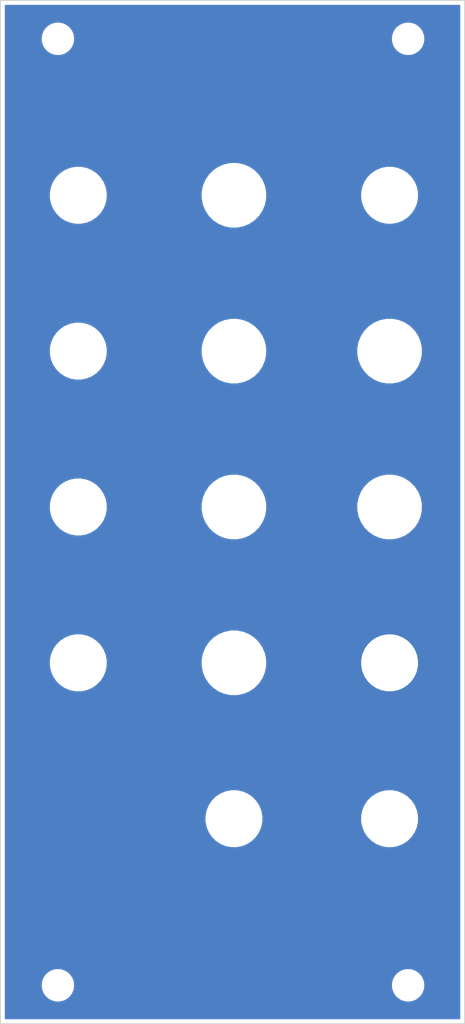
<source format=kicad_pcb>
(kicad_pcb (version 20171130) (host pcbnew 5.1.9)

  (general
    (thickness 1.6)
    (drawings 18)
    (tracks 0)
    (zones 0)
    (modules 16)
    (nets 1)
  )

  (page A4)
  (title_block
    (title mutant)
    (date 2020-10-25)
    (rev 01)
    (comment 1 "pcb for panel")
    (comment 2 "low pass filter")
    (comment 4 "License CC BY 4.0 - Attribution 4.0 International")
  )

  (layers
    (0 F.Cu signal)
    (31 B.Cu signal)
    (32 B.Adhes user)
    (33 F.Adhes user)
    (34 B.Paste user)
    (35 F.Paste user)
    (36 B.SilkS user)
    (37 F.SilkS user)
    (38 B.Mask user)
    (39 F.Mask user)
    (40 Dwgs.User user)
    (41 Cmts.User user)
    (42 Eco1.User user)
    (43 Eco2.User user)
    (44 Edge.Cuts user)
    (45 Margin user)
    (46 B.CrtYd user)
    (47 F.CrtYd user)
    (48 B.Fab user)
    (49 F.Fab user)
  )

  (setup
    (last_trace_width 0.25)
    (trace_clearance 0.2)
    (zone_clearance 0.508)
    (zone_45_only no)
    (trace_min 0.2)
    (via_size 0.8)
    (via_drill 0.4)
    (via_min_size 0.4)
    (via_min_drill 0.3)
    (uvia_size 0.3)
    (uvia_drill 0.1)
    (uvias_allowed no)
    (uvia_min_size 0.2)
    (uvia_min_drill 0.1)
    (edge_width 0.05)
    (segment_width 0.2)
    (pcb_text_width 0.3)
    (pcb_text_size 1.5 1.5)
    (mod_edge_width 0.12)
    (mod_text_size 1 1)
    (mod_text_width 0.15)
    (pad_size 3.2 3.2)
    (pad_drill 3.2)
    (pad_to_mask_clearance 0.051)
    (solder_mask_min_width 0.25)
    (aux_axis_origin 0 0)
    (visible_elements FFFFFF7F)
    (pcbplotparams
      (layerselection 0x010fc_ffffffff)
      (usegerberextensions false)
      (usegerberattributes false)
      (usegerberadvancedattributes false)
      (creategerberjobfile false)
      (excludeedgelayer true)
      (linewidth 0.100000)
      (plotframeref false)
      (viasonmask false)
      (mode 1)
      (useauxorigin false)
      (hpglpennumber 1)
      (hpglpenspeed 20)
      (hpglpendiameter 15.000000)
      (psnegative false)
      (psa4output false)
      (plotreference true)
      (plotvalue true)
      (plotinvisibletext false)
      (padsonsilk false)
      (subtractmaskfromsilk false)
      (outputformat 1)
      (mirror false)
      (drillshape 0)
      (scaleselection 1)
      (outputdirectory "gerbers"))
  )

  (net 0 "")

  (net_class Default "This is the default net class."
    (clearance 0.2)
    (trace_width 0.25)
    (via_dia 0.8)
    (via_drill 0.4)
    (uvia_dia 0.3)
    (uvia_drill 0.1)
  )

  (module elektrophon:panel_jack (layer F.Cu) (tedit 5DA46DDA) (tstamp 5F95755E)
    (at 76.2 132.08)
    (descr "Mounting Hole 8.4mm, no annular, M8")
    (tags "mounting hole 8.4mm no annular m8")
    (path /5F9577F6)
    (attr virtual)
    (fp_text reference H2 (at 0 -9.4) (layer F.SilkS) hide
      (effects (font (size 1 1) (thickness 0.15)))
    )
    (fp_text value OUT1 (at 0 9.144) (layer F.Mask) hide
      (effects (font (size 2 1.4) (thickness 0.25)))
    )
    (fp_circle (center 0 0) (end 4.2 0) (layer F.CrtYd) (width 0.05))
    (fp_circle (center 0 0) (end 4 0) (layer Cmts.User) (width 0.15))
    (fp_text user %R (at 0.3 0) (layer F.Fab)
      (effects (font (size 1 1) (thickness 0.15)))
    )
    (pad "" np_thru_hole circle (at 0 0) (size 6.4 6.4) (drill 6.4) (layers *.Cu *.Mask))
    (model "${KIPRJMOD}/../../../lib/kicad/models/PJ301M-12 Thonkiconn v0.2.stp"
      (offset (xyz 0 0.8 -10.5))
      (scale (xyz 1 1 1))
      (rotate (xyz 0 0 0))
    )
  )

  (module elektrophon:panel_potentiometer (layer F.Cu) (tedit 5EE650CE) (tstamp 5F7437E9)
    (at 55.88 50.8)
    (descr "Mounting Hole 8.4mm, no annular, M8")
    (tags "mounting hole 8.4mm no annular m8")
    (path /5F74A692)
    (attr virtual)
    (fp_text reference H12 (at 0 -9.4) (layer F.SilkS) hide
      (effects (font (size 1 1) (thickness 0.15)))
    )
    (fp_text value in_atten_1 (at 0 9.144) (layer F.Mask) hide
      (effects (font (size 2 1.4) (thickness 0.25)))
    )
    (fp_circle (center 0 0) (end 6.35 0) (layer Cmts.User) (width 0.15))
    (fp_circle (center 0 0) (end 6.6 0) (layer F.CrtYd) (width 0.05))
    (fp_text user %R (at 0.3 0) (layer F.Fab)
      (effects (font (size 1 1) (thickness 0.15)))
    )
    (pad "" np_thru_hole circle (at 0 0) (size 7.4 7.4) (drill 7.4) (layers *.Cu *.Mask))
    (model ${KIPRJMOD}/../../../lib/kicad/models/ALPHA-RD901F-40.step
      (offset (xyz 0 0.5 -12))
      (scale (xyz 1 1 1))
      (rotate (xyz 0 0 0))
    )
  )

  (module elektrophon:panel_potentiometer (layer F.Cu) (tedit 5EE650CE) (tstamp 5F7437E1)
    (at 76.2 111.76)
    (descr "Mounting Hole 8.4mm, no annular, M8")
    (tags "mounting hole 8.4mm no annular m8")
    (path /5F747B53)
    (attr virtual)
    (fp_text reference H11 (at 0 -9.4) (layer F.SilkS) hide
      (effects (font (size 1 1) (thickness 0.15)))
    )
    (fp_text value res (at 0 9.144) (layer F.Mask) hide
      (effects (font (size 2 1.4) (thickness 0.25)))
    )
    (fp_circle (center 0 0) (end 6.35 0) (layer Cmts.User) (width 0.15))
    (fp_circle (center 0 0) (end 6.6 0) (layer F.CrtYd) (width 0.05))
    (fp_text user %R (at 0.3 0) (layer F.Fab)
      (effects (font (size 1 1) (thickness 0.15)))
    )
    (pad "" np_thru_hole circle (at 0 0) (size 7.4 7.4) (drill 7.4) (layers *.Cu *.Mask))
    (model ${KIPRJMOD}/../../../lib/kicad/models/ALPHA-RD901F-40.step
      (offset (xyz 0 0.5 -12))
      (scale (xyz 1 1 1))
      (rotate (xyz 0 0 0))
    )
  )

  (module elektrophon:panel_potentiometer (layer F.Cu) (tedit 5EE650CE) (tstamp 5F7437D9)
    (at 76.2 91.44)
    (descr "Mounting Hole 8.4mm, no annular, M8")
    (tags "mounting hole 8.4mm no annular m8")
    (path /5F747A03)
    (attr virtual)
    (fp_text reference H10 (at 0 -9.4) (layer F.SilkS) hide
      (effects (font (size 1 1) (thickness 0.15)))
    )
    (fp_text value freq (at 0 9.144) (layer F.Mask) hide
      (effects (font (size 2 1.4) (thickness 0.25)))
    )
    (fp_circle (center 0 0) (end 6.35 0) (layer Cmts.User) (width 0.15))
    (fp_circle (center 0 0) (end 6.6 0) (layer F.CrtYd) (width 0.05))
    (fp_text user %R (at 0.3 0) (layer F.Fab)
      (effects (font (size 1 1) (thickness 0.15)))
    )
    (pad "" np_thru_hole circle (at 0 0) (size 7.4 7.4) (drill 7.4) (layers *.Cu *.Mask))
    (model ${KIPRJMOD}/../../../lib/kicad/models/ALPHA-RD901F-40.step
      (offset (xyz 0 0.5 -12))
      (scale (xyz 1 1 1))
      (rotate (xyz 0 0 0))
    )
  )

  (module elektrophon:panel_jack (layer F.Cu) (tedit 5DA46DDA) (tstamp 5F7437BB)
    (at 35.56 71.12)
    (descr "Mounting Hole 8.4mm, no annular, M8")
    (tags "mounting hole 8.4mm no annular m8")
    (path /5F74CFD1)
    (attr virtual)
    (fp_text reference H6 (at 0 -9.4) (layer F.SilkS) hide
      (effects (font (size 1 1) (thickness 0.15)))
    )
    (fp_text value IN_2 (at 0 9.144) (layer F.Mask) hide
      (effects (font (size 2 1.4) (thickness 0.25)))
    )
    (fp_circle (center 0 0) (end 4 0) (layer Cmts.User) (width 0.15))
    (fp_circle (center 0 0) (end 4.2 0) (layer F.CrtYd) (width 0.05))
    (fp_text user %R (at 0.3 0) (layer F.Fab)
      (effects (font (size 1 1) (thickness 0.15)))
    )
    (pad "" np_thru_hole circle (at 0 0) (size 6.4 6.4) (drill 6.4) (layers *.Cu *.Mask))
    (model "${KIPRJMOD}/../../../lib/kicad/models/PJ301M-12 Thonkiconn v0.2.stp"
      (offset (xyz 0 0.8 -10.5))
      (scale (xyz 1 1 1))
      (rotate (xyz 0 0 0))
    )
  )

  (module elektrophon:panel_potentiometer (layer F.Cu) (tedit 5EE650CE) (tstamp 5D74AE55)
    (at 55.88 111.76)
    (descr "Mounting Hole 8.4mm, no annular, M8")
    (tags "mounting hole 8.4mm no annular m8")
    (path /5D743CBD)
    (attr virtual)
    (fp_text reference H9 (at 0 -9.4) (layer F.SilkS) hide
      (effects (font (size 1 1) (thickness 0.15)))
    )
    (fp_text value cv_atten_2 (at 0 9.144) (layer F.Mask) hide
      (effects (font (size 2 1.4) (thickness 0.25)))
    )
    (fp_circle (center 0 0) (end 6.6 0) (layer F.CrtYd) (width 0.05))
    (fp_circle (center 0 0) (end 6.35 0) (layer Cmts.User) (width 0.15))
    (fp_text user %R (at 0.3 0) (layer F.Fab)
      (effects (font (size 1 1) (thickness 0.15)))
    )
    (pad "" np_thru_hole circle (at 0 0) (size 7.4 7.4) (drill 7.4) (layers *.Cu *.Mask))
    (model ${KIPRJMOD}/../../../lib/kicad/models/ALPHA-RD901F-40.step
      (offset (xyz 0 0.5 -12))
      (scale (xyz 1 1 1))
      (rotate (xyz 0 0 0))
    )
  )

  (module elektrophon:panel_potentiometer (layer F.Cu) (tedit 5EE650CE) (tstamp 5D74AE4D)
    (at 55.88 91.44)
    (descr "Mounting Hole 8.4mm, no annular, M8")
    (tags "mounting hole 8.4mm no annular m8")
    (path /5D743CB7)
    (attr virtual)
    (fp_text reference H8 (at 0 -9.4) (layer F.SilkS) hide
      (effects (font (size 1 1) (thickness 0.15)))
    )
    (fp_text value cv_atten_1 (at 0 9.144) (layer F.Mask) hide
      (effects (font (size 2 1.4) (thickness 0.25)))
    )
    (fp_circle (center 0 0) (end 6.6 0) (layer F.CrtYd) (width 0.05))
    (fp_circle (center 0 0) (end 6.35 0) (layer Cmts.User) (width 0.15))
    (fp_text user %R (at 0.3 0) (layer F.Fab)
      (effects (font (size 1 1) (thickness 0.15)))
    )
    (pad "" np_thru_hole circle (at 0 0) (size 7.4 7.4) (drill 7.4) (layers *.Cu *.Mask))
    (model ${KIPRJMOD}/../../../lib/kicad/models/ALPHA-RD901F-40.step
      (offset (xyz 0 0.5 -12))
      (scale (xyz 1 1 1))
      (rotate (xyz 0 0 0))
    )
  )

  (module elektrophon:panel_potentiometer (layer F.Cu) (tedit 5EE650CE) (tstamp 5D74AE45)
    (at 55.88 71.12)
    (descr "Mounting Hole 8.4mm, no annular, M8")
    (tags "mounting hole 8.4mm no annular m8")
    (path /5D744E0B)
    (attr virtual)
    (fp_text reference H13 (at 0 -9.4) (layer F.SilkS) hide
      (effects (font (size 1 1) (thickness 0.15)))
    )
    (fp_text value in_atten_2 (at 0 9.144) (layer F.Mask) hide
      (effects (font (size 2 1.4) (thickness 0.25)))
    )
    (fp_circle (center 0 0) (end 6.6 0) (layer F.CrtYd) (width 0.05))
    (fp_circle (center 0 0) (end 6.35 0) (layer Cmts.User) (width 0.15))
    (fp_text user %R (at 0.3 0) (layer F.Fab)
      (effects (font (size 1 1) (thickness 0.15)))
    )
    (pad "" np_thru_hole circle (at 0 0) (size 7.4 7.4) (drill 7.4) (layers *.Cu *.Mask))
    (model ${KIPRJMOD}/../../../lib/kicad/models/ALPHA-RD901F-40.step
      (offset (xyz 0 0.5 -12))
      (scale (xyz 1 1 1))
      (rotate (xyz 0 0 0))
    )
  )

  (module MountingHole:MountingHole_3.2mm_M3 (layer F.Cu) (tedit 56D1B4CB) (tstamp 5D74B48D)
    (at 78.62 153.8)
    (descr "Mounting Hole 3.2mm, no annular, M3")
    (tags "mounting hole 3.2mm no annular m3")
    (path /5D74E67C)
    (attr virtual)
    (fp_text reference H19 (at 0 -4.2) (layer F.SilkS) hide
      (effects (font (size 1 1) (thickness 0.15)))
    )
    (fp_text value MountingHole (at 0 4.2) (layer F.Fab) hide
      (effects (font (size 1 1) (thickness 0.15)))
    )
    (fp_circle (center 0 0) (end 3.45 0) (layer F.CrtYd) (width 0.05))
    (fp_circle (center 0 0) (end 3.2 0) (layer Cmts.User) (width 0.15))
    (fp_text user %R (at 0.3 0) (layer F.Fab) hide
      (effects (font (size 1 1) (thickness 0.15)))
    )
    (pad 1 np_thru_hole circle (at 0 0) (size 3.2 3.2) (drill 3.2) (layers *.Cu *.Mask))
  )

  (module MountingHole:MountingHole_3.2mm_M3 (layer F.Cu) (tedit 56D1B4CB) (tstamp 5D74B485)
    (at 32.9 30.4)
    (descr "Mounting Hole 3.2mm, no annular, M3")
    (tags "mounting hole 3.2mm no annular m3")
    (path /5D74E4E8)
    (attr virtual)
    (fp_text reference H18 (at 0 -4.2) (layer F.SilkS) hide
      (effects (font (size 1 1) (thickness 0.15)))
    )
    (fp_text value MountingHole (at 0 4.2) (layer F.Fab) hide
      (effects (font (size 1 1) (thickness 0.15)))
    )
    (fp_circle (center 0 0) (end 3.45 0) (layer F.CrtYd) (width 0.05))
    (fp_circle (center 0 0) (end 3.2 0) (layer Cmts.User) (width 0.15))
    (fp_text user %R (at 0.3 0) (layer F.Fab) hide
      (effects (font (size 1 1) (thickness 0.15)))
    )
    (pad 1 np_thru_hole circle (at 0 0) (size 3.2 3.2) (drill 3.2) (layers *.Cu *.Mask))
  )

  (module MountingHole:MountingHole_3.2mm_M3 (layer F.Cu) (tedit 56D1B4CB) (tstamp 5D74B47D)
    (at 32.9 153.8)
    (descr "Mounting Hole 3.2mm, no annular, M3")
    (tags "mounting hole 3.2mm no annular m3")
    (path /5D74E339)
    (attr virtual)
    (fp_text reference H17 (at 0 -4.2) (layer F.SilkS) hide
      (effects (font (size 1 1) (thickness 0.15)))
    )
    (fp_text value MountingHole (at 0 4.2) (layer F.Fab) hide
      (effects (font (size 1 1) (thickness 0.15)))
    )
    (fp_circle (center 0 0) (end 3.45 0) (layer F.CrtYd) (width 0.05))
    (fp_circle (center 0 0) (end 3.2 0) (layer Cmts.User) (width 0.15))
    (fp_text user %R (at 0.3 0) (layer F.Fab) hide
      (effects (font (size 1 1) (thickness 0.15)))
    )
    (pad 1 np_thru_hole circle (at 0 0) (size 3.2 3.2) (drill 3.2) (layers *.Cu *.Mask))
  )

  (module MountingHole:MountingHole_3.2mm_M3 (layer F.Cu) (tedit 56D1B4CB) (tstamp 5D74B475)
    (at 78.62 30.4)
    (descr "Mounting Hole 3.2mm, no annular, M3")
    (tags "mounting hole 3.2mm no annular m3")
    (path /5D74E286)
    (attr virtual)
    (fp_text reference H16 (at 0 -4.2) (layer F.SilkS) hide
      (effects (font (size 1 1) (thickness 0.15)))
    )
    (fp_text value MountingHole (at 0 4.2) (layer F.Fab) hide
      (effects (font (size 1 1) (thickness 0.15)))
    )
    (fp_circle (center 0 0) (end 3.45 0) (layer F.CrtYd) (width 0.05))
    (fp_circle (center 0 0) (end 3.2 0) (layer Cmts.User) (width 0.15))
    (fp_text user %R (at 0.3 0) (layer F.Fab) hide
      (effects (font (size 1 1) (thickness 0.15)))
    )
    (pad 1 np_thru_hole circle (at 0 0) (size 3.2 3.2) (drill 3.2) (layers *.Cu *.Mask))
  )

  (module elektrophon:panel_jack (layer F.Cu) (tedit 5DA46DDA) (tstamp 5D74AE1D)
    (at 35.56 50.8)
    (descr "Mounting Hole 8.4mm, no annular, M8")
    (tags "mounting hole 8.4mm no annular m8")
    (path /5D744E05)
    (attr virtual)
    (fp_text reference H5 (at 0 -9.4) (layer F.SilkS) hide
      (effects (font (size 1 1) (thickness 0.15)))
    )
    (fp_text value IN_1 (at 0 9.144) (layer F.Mask) hide
      (effects (font (size 2 1.4) (thickness 0.25)))
    )
    (fp_circle (center 0 0) (end 4.2 0) (layer F.CrtYd) (width 0.05))
    (fp_circle (center 0 0) (end 4 0) (layer Cmts.User) (width 0.15))
    (fp_text user %R (at 0.3 0) (layer F.Fab) hide
      (effects (font (size 1 1) (thickness 0.15)))
    )
    (pad "" np_thru_hole circle (at 0 0) (size 6.4 6.4) (drill 6.4) (layers *.Cu *.Mask))
    (model "${KIPRJMOD}/../../../lib/kicad/models/PJ301M-12 Thonkiconn v0.2.stp"
      (offset (xyz 0 0.8 -10.5))
      (scale (xyz 1 1 1))
      (rotate (xyz 0 0 0))
    )
  )

  (module elektrophon:panel_jack (layer F.Cu) (tedit 5DA46DDA) (tstamp 5D74AE15)
    (at 76.2 50.8)
    (descr "Mounting Hole 8.4mm, no annular, M8")
    (tags "mounting hole 8.4mm no annular m8")
    (path /5D742005)
    (attr virtual)
    (fp_text reference H1 (at 0 -9.4) (layer F.SilkS) hide
      (effects (font (size 1 1) (thickness 0.15)))
    )
    (fp_text value V_oct (at 0 9.144) (layer F.Mask) hide
      (effects (font (size 2 1.4) (thickness 0.25)))
    )
    (fp_circle (center 0 0) (end 4.2 0) (layer F.CrtYd) (width 0.05))
    (fp_circle (center 0 0) (end 4 0) (layer Cmts.User) (width 0.15))
    (fp_text user %R (at 0.3 0) (layer F.Fab) hide
      (effects (font (size 1 1) (thickness 0.15)))
    )
    (pad "" np_thru_hole circle (at 0 0) (size 6.4 6.4) (drill 6.4) (layers *.Cu *.Mask))
    (model "${KIPRJMOD}/../../../lib/kicad/models/PJ301M-12 Thonkiconn v0.2.stp"
      (offset (xyz 0 0.8 -10.5))
      (scale (xyz 1 1 1))
      (rotate (xyz 0 0 0))
    )
  )

  (module elektrophon:panel_jack (layer F.Cu) (tedit 5DA46DDA) (tstamp 5D74AE0D)
    (at 35.56 111.76)
    (descr "Mounting Hole 8.4mm, no annular, M8")
    (tags "mounting hole 8.4mm no annular m8")
    (path /5D741EDD)
    (attr virtual)
    (fp_text reference H4 (at 0 -9.4) (layer F.SilkS) hide
      (effects (font (size 1 1) (thickness 0.15)))
    )
    (fp_text value CV2 (at 0 9.144) (layer F.Mask) hide
      (effects (font (size 2 1.4) (thickness 0.25)))
    )
    (fp_circle (center 0 0) (end 4.2 0) (layer F.CrtYd) (width 0.05))
    (fp_circle (center 0 0) (end 4 0) (layer Cmts.User) (width 0.15))
    (fp_text user %R (at 0.3 0) (layer F.Fab) hide
      (effects (font (size 1 1) (thickness 0.15)))
    )
    (pad "" np_thru_hole circle (at 0 0) (size 6.4 6.4) (drill 6.4) (layers *.Cu *.Mask))
    (model "${KIPRJMOD}/../../../lib/kicad/models/PJ301M-12 Thonkiconn v0.2.stp"
      (offset (xyz 0 0.8 -10.5))
      (scale (xyz 1 1 1))
      (rotate (xyz 0 0 0))
    )
  )

  (module elektrophon:panel_jack (layer F.Cu) (tedit 5DA46DDA) (tstamp 5D74AE05)
    (at 35.56 91.44)
    (descr "Mounting Hole 8.4mm, no annular, M8")
    (tags "mounting hole 8.4mm no annular m8")
    (path /5D741E82)
    (attr virtual)
    (fp_text reference H3 (at 0 -9.4) (layer F.SilkS) hide
      (effects (font (size 1 1) (thickness 0.15)))
    )
    (fp_text value CV1 (at 0 9.144) (layer F.Mask) hide
      (effects (font (size 2 1.4) (thickness 0.25)))
    )
    (fp_circle (center 0 0) (end 4.2 0) (layer F.CrtYd) (width 0.05))
    (fp_circle (center 0 0) (end 4 0) (layer Cmts.User) (width 0.15))
    (fp_text user %R (at 0.3 0) (layer F.Fab) hide
      (effects (font (size 1 1) (thickness 0.15)))
    )
    (pad "" np_thru_hole circle (at 0 0) (size 6.4 6.4) (drill 6.4) (layers *.Cu *.Mask))
    (model "${KIPRJMOD}/../../../lib/kicad/models/PJ301M-12 Thonkiconn v0.2.stp"
      (offset (xyz 0 0.8 -10.5))
      (scale (xyz 1 1 1))
      (rotate (xyz 0 0 0))
    )
  )

  (gr_line (start 55.88 111.76) (end 35.56 111.76) (layer F.Mask) (width 0.25))
  (gr_line (start 55.88 91.44) (end 35.56 91.44) (layer F.Mask) (width 0.25))
  (gr_line (start 55.88 71.12) (end 35.56 71.12) (layer F.Mask) (width 0.25))
  (gr_line (start 55.88 50.8) (end 35.56 50.8) (layer F.Mask) (width 0.25))
  (gr_text out (at 76.2 141.224) (layer F.Mask) (tstamp 5F957787)
    (effects (font (size 2 1.4) (thickness 0.25)))
  )
  (gr_text v/oct (at 76.2 59.944) (layer F.Mask) (tstamp 5F957762)
    (effects (font (size 2 1.4) (thickness 0.25)))
  )
  (gr_text freq (at 76.2 100.584) (layer F.Mask) (tstamp 5F95773F)
    (effects (font (size 2 1.4) (thickness 0.25)))
  )
  (gr_text res (at 76.2 120.904) (layer F.Mask) (tstamp 5F95771C)
    (effects (font (size 2 1.4) (thickness 0.25)))
  )
  (gr_text cv (at 35.56 120.904) (layer F.Mask) (tstamp 5F9576C8)
    (effects (font (size 2 1.4) (thickness 0.25)))
  )
  (gr_text cv (at 35.56 100.584) (layer F.Mask) (tstamp 5F9576A5)
    (effects (font (size 2 1.4) (thickness 0.25)))
  )
  (gr_text in (at 35.56 80.264) (layer F.Mask) (tstamp 5F957679)
    (effects (font (size 2 1.4) (thickness 0.25)))
  )
  (gr_text in (at 35.56 59.944) (layer F.Mask)
    (effects (font (size 2 1.4) (thickness 0.25)))
  )
  (gr_text R01 (at 70 153.8) (layer F.Cu)
    (effects (font (size 2 1.4) (thickness 0.25)))
  )
  (gr_text 4072 (at 55.88 30.48) (layer F.Mask)
    (effects (font (size 3 3) (thickness 0.35)))
  )
  (gr_line (start 86 158.8) (end 25.4 158.8) (layer Edge.Cuts) (width 0.12))
  (gr_line (start 86 25.4) (end 86 158.8) (layer Edge.Cuts) (width 0.12))
  (gr_line (start 25.4 25.4) (end 25.4 158.8) (layer Edge.Cuts) (width 0.12))
  (gr_line (start 25.4 25.4) (end 86 25.4) (layer Edge.Cuts) (width 0.12))

  (zone (net 0) (net_name "") (layer B.Cu) (tstamp 0) (hatch edge 0.508)
    (connect_pads (clearance 0.508))
    (min_thickness 0.254)
    (fill yes (arc_segments 32) (thermal_gap 0.508) (thermal_bridge_width 0.508))
    (polygon
      (pts
        (xy 85.852 158.496) (xy 25.4 158.496) (xy 25.4 25.4) (xy 85.852 25.4)
      )
    )
    (filled_polygon
      (pts
        (xy 85.305001 158.105) (xy 26.095 158.105) (xy 26.095 153.579872) (xy 30.665 153.579872) (xy 30.665 154.020128)
        (xy 30.75089 154.451925) (xy 30.919369 154.858669) (xy 31.163962 155.224729) (xy 31.475271 155.536038) (xy 31.841331 155.780631)
        (xy 32.248075 155.94911) (xy 32.679872 156.035) (xy 33.120128 156.035) (xy 33.551925 155.94911) (xy 33.958669 155.780631)
        (xy 34.324729 155.536038) (xy 34.636038 155.224729) (xy 34.880631 154.858669) (xy 35.04911 154.451925) (xy 35.135 154.020128)
        (xy 35.135 153.579872) (xy 76.385 153.579872) (xy 76.385 154.020128) (xy 76.47089 154.451925) (xy 76.639369 154.858669)
        (xy 76.883962 155.224729) (xy 77.195271 155.536038) (xy 77.561331 155.780631) (xy 77.968075 155.94911) (xy 78.399872 156.035)
        (xy 78.840128 156.035) (xy 79.271925 155.94911) (xy 79.678669 155.780631) (xy 80.044729 155.536038) (xy 80.356038 155.224729)
        (xy 80.600631 154.858669) (xy 80.76911 154.451925) (xy 80.855 154.020128) (xy 80.855 153.579872) (xy 80.76911 153.148075)
        (xy 80.600631 152.741331) (xy 80.356038 152.375271) (xy 80.044729 152.063962) (xy 79.678669 151.819369) (xy 79.271925 151.65089)
        (xy 78.840128 151.565) (xy 78.399872 151.565) (xy 77.968075 151.65089) (xy 77.561331 151.819369) (xy 77.195271 152.063962)
        (xy 76.883962 152.375271) (xy 76.639369 152.741331) (xy 76.47089 153.148075) (xy 76.385 153.579872) (xy 35.135 153.579872)
        (xy 35.04911 153.148075) (xy 34.880631 152.741331) (xy 34.636038 152.375271) (xy 34.324729 152.063962) (xy 33.958669 151.819369)
        (xy 33.551925 151.65089) (xy 33.120128 151.565) (xy 32.679872 151.565) (xy 32.248075 151.65089) (xy 31.841331 151.819369)
        (xy 31.475271 152.063962) (xy 31.163962 152.375271) (xy 30.919369 152.741331) (xy 30.75089 153.148075) (xy 30.665 153.579872)
        (xy 26.095 153.579872) (xy 26.095 131.702285) (xy 52.045 131.702285) (xy 52.045 132.457715) (xy 52.192377 133.198628)
        (xy 52.481467 133.896554) (xy 52.901161 134.52467) (xy 53.43533 135.058839) (xy 54.063446 135.478533) (xy 54.761372 135.767623)
        (xy 55.502285 135.915) (xy 56.257715 135.915) (xy 56.998628 135.767623) (xy 57.696554 135.478533) (xy 58.32467 135.058839)
        (xy 58.858839 134.52467) (xy 59.278533 133.896554) (xy 59.567623 133.198628) (xy 59.715 132.457715) (xy 59.715 131.702285)
        (xy 72.365 131.702285) (xy 72.365 132.457715) (xy 72.512377 133.198628) (xy 72.801467 133.896554) (xy 73.221161 134.52467)
        (xy 73.75533 135.058839) (xy 74.383446 135.478533) (xy 75.081372 135.767623) (xy 75.822285 135.915) (xy 76.577715 135.915)
        (xy 77.318628 135.767623) (xy 78.016554 135.478533) (xy 78.64467 135.058839) (xy 79.178839 134.52467) (xy 79.598533 133.896554)
        (xy 79.887623 133.198628) (xy 80.035 132.457715) (xy 80.035 131.702285) (xy 79.887623 130.961372) (xy 79.598533 130.263446)
        (xy 79.178839 129.63533) (xy 78.64467 129.101161) (xy 78.016554 128.681467) (xy 77.318628 128.392377) (xy 76.577715 128.245)
        (xy 75.822285 128.245) (xy 75.081372 128.392377) (xy 74.383446 128.681467) (xy 73.75533 129.101161) (xy 73.221161 129.63533)
        (xy 72.801467 130.263446) (xy 72.512377 130.961372) (xy 72.365 131.702285) (xy 59.715 131.702285) (xy 59.567623 130.961372)
        (xy 59.278533 130.263446) (xy 58.858839 129.63533) (xy 58.32467 129.101161) (xy 57.696554 128.681467) (xy 56.998628 128.392377)
        (xy 56.257715 128.245) (xy 55.502285 128.245) (xy 54.761372 128.392377) (xy 54.063446 128.681467) (xy 53.43533 129.101161)
        (xy 52.901161 129.63533) (xy 52.481467 130.263446) (xy 52.192377 130.961372) (xy 52.045 131.702285) (xy 26.095 131.702285)
        (xy 26.095 111.382285) (xy 31.725 111.382285) (xy 31.725 112.137715) (xy 31.872377 112.878628) (xy 32.161467 113.576554)
        (xy 32.581161 114.20467) (xy 33.11533 114.738839) (xy 33.743446 115.158533) (xy 34.441372 115.447623) (xy 35.182285 115.595)
        (xy 35.937715 115.595) (xy 36.678628 115.447623) (xy 37.376554 115.158533) (xy 38.00467 114.738839) (xy 38.538839 114.20467)
        (xy 38.958533 113.576554) (xy 39.247623 112.878628) (xy 39.395 112.137715) (xy 39.395 111.382285) (xy 39.385205 111.33304)
        (xy 51.545 111.33304) (xy 51.545 112.18696) (xy 51.711592 113.024473) (xy 52.038373 113.813392) (xy 52.512786 114.523401)
        (xy 53.116599 115.127214) (xy 53.826608 115.601627) (xy 54.615527 115.928408) (xy 55.45304 116.095) (xy 56.30696 116.095)
        (xy 57.144473 115.928408) (xy 57.933392 115.601627) (xy 58.643401 115.127214) (xy 59.247214 114.523401) (xy 59.721627 113.813392)
        (xy 60.048408 113.024473) (xy 60.215 112.18696) (xy 60.215 111.382285) (xy 72.365 111.382285) (xy 72.365 112.137715)
        (xy 72.512377 112.878628) (xy 72.801467 113.576554) (xy 73.221161 114.20467) (xy 73.75533 114.738839) (xy 74.383446 115.158533)
        (xy 75.081372 115.447623) (xy 75.822285 115.595) (xy 76.577715 115.595) (xy 77.318628 115.447623) (xy 78.016554 115.158533)
        (xy 78.64467 114.738839) (xy 79.178839 114.20467) (xy 79.598533 113.576554) (xy 79.887623 112.878628) (xy 80.035 112.137715)
        (xy 80.035 111.382285) (xy 79.887623 110.641372) (xy 79.598533 109.943446) (xy 79.178839 109.31533) (xy 78.64467 108.781161)
        (xy 78.016554 108.361467) (xy 77.318628 108.072377) (xy 76.577715 107.925) (xy 75.822285 107.925) (xy 75.081372 108.072377)
        (xy 74.383446 108.361467) (xy 73.75533 108.781161) (xy 73.221161 109.31533) (xy 72.801467 109.943446) (xy 72.512377 110.641372)
        (xy 72.365 111.382285) (xy 60.215 111.382285) (xy 60.215 111.33304) (xy 60.048408 110.495527) (xy 59.721627 109.706608)
        (xy 59.247214 108.996599) (xy 58.643401 108.392786) (xy 57.933392 107.918373) (xy 57.144473 107.591592) (xy 56.30696 107.425)
        (xy 55.45304 107.425) (xy 54.615527 107.591592) (xy 53.826608 107.918373) (xy 53.116599 108.392786) (xy 52.512786 108.996599)
        (xy 52.038373 109.706608) (xy 51.711592 110.495527) (xy 51.545 111.33304) (xy 39.385205 111.33304) (xy 39.247623 110.641372)
        (xy 38.958533 109.943446) (xy 38.538839 109.31533) (xy 38.00467 108.781161) (xy 37.376554 108.361467) (xy 36.678628 108.072377)
        (xy 35.937715 107.925) (xy 35.182285 107.925) (xy 34.441372 108.072377) (xy 33.743446 108.361467) (xy 33.11533 108.781161)
        (xy 32.581161 109.31533) (xy 32.161467 109.943446) (xy 31.872377 110.641372) (xy 31.725 111.382285) (xy 26.095 111.382285)
        (xy 26.095 91.062285) (xy 31.725 91.062285) (xy 31.725 91.817715) (xy 31.872377 92.558628) (xy 32.161467 93.256554)
        (xy 32.581161 93.88467) (xy 33.11533 94.418839) (xy 33.743446 94.838533) (xy 34.441372 95.127623) (xy 35.182285 95.275)
        (xy 35.937715 95.275) (xy 36.678628 95.127623) (xy 37.376554 94.838533) (xy 38.00467 94.418839) (xy 38.538839 93.88467)
        (xy 38.958533 93.256554) (xy 39.247623 92.558628) (xy 39.395 91.817715) (xy 39.395 91.062285) (xy 39.385205 91.01304)
        (xy 51.545 91.01304) (xy 51.545 91.86696) (xy 51.711592 92.704473) (xy 52.038373 93.493392) (xy 52.512786 94.203401)
        (xy 53.116599 94.807214) (xy 53.826608 95.281627) (xy 54.615527 95.608408) (xy 55.45304 95.775) (xy 56.30696 95.775)
        (xy 57.144473 95.608408) (xy 57.933392 95.281627) (xy 58.643401 94.807214) (xy 59.247214 94.203401) (xy 59.721627 93.493392)
        (xy 60.048408 92.704473) (xy 60.215 91.86696) (xy 60.215 91.01304) (xy 71.865 91.01304) (xy 71.865 91.86696)
        (xy 72.031592 92.704473) (xy 72.358373 93.493392) (xy 72.832786 94.203401) (xy 73.436599 94.807214) (xy 74.146608 95.281627)
        (xy 74.935527 95.608408) (xy 75.77304 95.775) (xy 76.62696 95.775) (xy 77.464473 95.608408) (xy 78.253392 95.281627)
        (xy 78.963401 94.807214) (xy 79.567214 94.203401) (xy 80.041627 93.493392) (xy 80.368408 92.704473) (xy 80.535 91.86696)
        (xy 80.535 91.01304) (xy 80.368408 90.175527) (xy 80.041627 89.386608) (xy 79.567214 88.676599) (xy 78.963401 88.072786)
        (xy 78.253392 87.598373) (xy 77.464473 87.271592) (xy 76.62696 87.105) (xy 75.77304 87.105) (xy 74.935527 87.271592)
        (xy 74.146608 87.598373) (xy 73.436599 88.072786) (xy 72.832786 88.676599) (xy 72.358373 89.386608) (xy 72.031592 90.175527)
        (xy 71.865 91.01304) (xy 60.215 91.01304) (xy 60.048408 90.175527) (xy 59.721627 89.386608) (xy 59.247214 88.676599)
        (xy 58.643401 88.072786) (xy 57.933392 87.598373) (xy 57.144473 87.271592) (xy 56.30696 87.105) (xy 55.45304 87.105)
        (xy 54.615527 87.271592) (xy 53.826608 87.598373) (xy 53.116599 88.072786) (xy 52.512786 88.676599) (xy 52.038373 89.386608)
        (xy 51.711592 90.175527) (xy 51.545 91.01304) (xy 39.385205 91.01304) (xy 39.247623 90.321372) (xy 38.958533 89.623446)
        (xy 38.538839 88.99533) (xy 38.00467 88.461161) (xy 37.376554 88.041467) (xy 36.678628 87.752377) (xy 35.937715 87.605)
        (xy 35.182285 87.605) (xy 34.441372 87.752377) (xy 33.743446 88.041467) (xy 33.11533 88.461161) (xy 32.581161 88.99533)
        (xy 32.161467 89.623446) (xy 31.872377 90.321372) (xy 31.725 91.062285) (xy 26.095 91.062285) (xy 26.095 70.742285)
        (xy 31.725 70.742285) (xy 31.725 71.497715) (xy 31.872377 72.238628) (xy 32.161467 72.936554) (xy 32.581161 73.56467)
        (xy 33.11533 74.098839) (xy 33.743446 74.518533) (xy 34.441372 74.807623) (xy 35.182285 74.955) (xy 35.937715 74.955)
        (xy 36.678628 74.807623) (xy 37.376554 74.518533) (xy 38.00467 74.098839) (xy 38.538839 73.56467) (xy 38.958533 72.936554)
        (xy 39.247623 72.238628) (xy 39.395 71.497715) (xy 39.395 70.742285) (xy 39.385205 70.69304) (xy 51.545 70.69304)
        (xy 51.545 71.54696) (xy 51.711592 72.384473) (xy 52.038373 73.173392) (xy 52.512786 73.883401) (xy 53.116599 74.487214)
        (xy 53.826608 74.961627) (xy 54.615527 75.288408) (xy 55.45304 75.455) (xy 56.30696 75.455) (xy 57.144473 75.288408)
        (xy 57.933392 74.961627) (xy 58.643401 74.487214) (xy 59.247214 73.883401) (xy 59.721627 73.173392) (xy 60.048408 72.384473)
        (xy 60.215 71.54696) (xy 60.215 70.69304) (xy 71.865 70.69304) (xy 71.865 71.54696) (xy 72.031592 72.384473)
        (xy 72.358373 73.173392) (xy 72.832786 73.883401) (xy 73.436599 74.487214) (xy 74.146608 74.961627) (xy 74.935527 75.288408)
        (xy 75.77304 75.455) (xy 76.62696 75.455) (xy 77.464473 75.288408) (xy 78.253392 74.961627) (xy 78.963401 74.487214)
        (xy 79.567214 73.883401) (xy 80.041627 73.173392) (xy 80.368408 72.384473) (xy 80.535 71.54696) (xy 80.535 70.69304)
        (xy 80.368408 69.855527) (xy 80.041627 69.066608) (xy 79.567214 68.356599) (xy 78.963401 67.752786) (xy 78.253392 67.278373)
        (xy 77.464473 66.951592) (xy 76.62696 66.785) (xy 75.77304 66.785) (xy 74.935527 66.951592) (xy 74.146608 67.278373)
        (xy 73.436599 67.752786) (xy 72.832786 68.356599) (xy 72.358373 69.066608) (xy 72.031592 69.855527) (xy 71.865 70.69304)
        (xy 60.215 70.69304) (xy 60.048408 69.855527) (xy 59.721627 69.066608) (xy 59.247214 68.356599) (xy 58.643401 67.752786)
        (xy 57.933392 67.278373) (xy 57.144473 66.951592) (xy 56.30696 66.785) (xy 55.45304 66.785) (xy 54.615527 66.951592)
        (xy 53.826608 67.278373) (xy 53.116599 67.752786) (xy 52.512786 68.356599) (xy 52.038373 69.066608) (xy 51.711592 69.855527)
        (xy 51.545 70.69304) (xy 39.385205 70.69304) (xy 39.247623 70.001372) (xy 38.958533 69.303446) (xy 38.538839 68.67533)
        (xy 38.00467 68.141161) (xy 37.376554 67.721467) (xy 36.678628 67.432377) (xy 35.937715 67.285) (xy 35.182285 67.285)
        (xy 34.441372 67.432377) (xy 33.743446 67.721467) (xy 33.11533 68.141161) (xy 32.581161 68.67533) (xy 32.161467 69.303446)
        (xy 31.872377 70.001372) (xy 31.725 70.742285) (xy 26.095 70.742285) (xy 26.095 50.422285) (xy 31.725 50.422285)
        (xy 31.725 51.177715) (xy 31.872377 51.918628) (xy 32.161467 52.616554) (xy 32.581161 53.24467) (xy 33.11533 53.778839)
        (xy 33.743446 54.198533) (xy 34.441372 54.487623) (xy 35.182285 54.635) (xy 35.937715 54.635) (xy 36.678628 54.487623)
        (xy 37.376554 54.198533) (xy 38.00467 53.778839) (xy 38.538839 53.24467) (xy 38.958533 52.616554) (xy 39.247623 51.918628)
        (xy 39.395 51.177715) (xy 39.395 50.422285) (xy 39.385205 50.37304) (xy 51.545 50.37304) (xy 51.545 51.22696)
        (xy 51.711592 52.064473) (xy 52.038373 52.853392) (xy 52.512786 53.563401) (xy 53.116599 54.167214) (xy 53.826608 54.641627)
        (xy 54.615527 54.968408) (xy 55.45304 55.135) (xy 56.30696 55.135) (xy 57.144473 54.968408) (xy 57.933392 54.641627)
        (xy 58.643401 54.167214) (xy 59.247214 53.563401) (xy 59.721627 52.853392) (xy 60.048408 52.064473) (xy 60.215 51.22696)
        (xy 60.215 50.422285) (xy 72.365 50.422285) (xy 72.365 51.177715) (xy 72.512377 51.918628) (xy 72.801467 52.616554)
        (xy 73.221161 53.24467) (xy 73.75533 53.778839) (xy 74.383446 54.198533) (xy 75.081372 54.487623) (xy 75.822285 54.635)
        (xy 76.577715 54.635) (xy 77.318628 54.487623) (xy 78.016554 54.198533) (xy 78.64467 53.778839) (xy 79.178839 53.24467)
        (xy 79.598533 52.616554) (xy 79.887623 51.918628) (xy 80.035 51.177715) (xy 80.035 50.422285) (xy 79.887623 49.681372)
        (xy 79.598533 48.983446) (xy 79.178839 48.35533) (xy 78.64467 47.821161) (xy 78.016554 47.401467) (xy 77.318628 47.112377)
        (xy 76.577715 46.965) (xy 75.822285 46.965) (xy 75.081372 47.112377) (xy 74.383446 47.401467) (xy 73.75533 47.821161)
        (xy 73.221161 48.35533) (xy 72.801467 48.983446) (xy 72.512377 49.681372) (xy 72.365 50.422285) (xy 60.215 50.422285)
        (xy 60.215 50.37304) (xy 60.048408 49.535527) (xy 59.721627 48.746608) (xy 59.247214 48.036599) (xy 58.643401 47.432786)
        (xy 57.933392 46.958373) (xy 57.144473 46.631592) (xy 56.30696 46.465) (xy 55.45304 46.465) (xy 54.615527 46.631592)
        (xy 53.826608 46.958373) (xy 53.116599 47.432786) (xy 52.512786 48.036599) (xy 52.038373 48.746608) (xy 51.711592 49.535527)
        (xy 51.545 50.37304) (xy 39.385205 50.37304) (xy 39.247623 49.681372) (xy 38.958533 48.983446) (xy 38.538839 48.35533)
        (xy 38.00467 47.821161) (xy 37.376554 47.401467) (xy 36.678628 47.112377) (xy 35.937715 46.965) (xy 35.182285 46.965)
        (xy 34.441372 47.112377) (xy 33.743446 47.401467) (xy 33.11533 47.821161) (xy 32.581161 48.35533) (xy 32.161467 48.983446)
        (xy 31.872377 49.681372) (xy 31.725 50.422285) (xy 26.095 50.422285) (xy 26.095 30.179872) (xy 30.665 30.179872)
        (xy 30.665 30.620128) (xy 30.75089 31.051925) (xy 30.919369 31.458669) (xy 31.163962 31.824729) (xy 31.475271 32.136038)
        (xy 31.841331 32.380631) (xy 32.248075 32.54911) (xy 32.679872 32.635) (xy 33.120128 32.635) (xy 33.551925 32.54911)
        (xy 33.958669 32.380631) (xy 34.324729 32.136038) (xy 34.636038 31.824729) (xy 34.880631 31.458669) (xy 35.04911 31.051925)
        (xy 35.135 30.620128) (xy 35.135 30.179872) (xy 76.385 30.179872) (xy 76.385 30.620128) (xy 76.47089 31.051925)
        (xy 76.639369 31.458669) (xy 76.883962 31.824729) (xy 77.195271 32.136038) (xy 77.561331 32.380631) (xy 77.968075 32.54911)
        (xy 78.399872 32.635) (xy 78.840128 32.635) (xy 79.271925 32.54911) (xy 79.678669 32.380631) (xy 80.044729 32.136038)
        (xy 80.356038 31.824729) (xy 80.600631 31.458669) (xy 80.76911 31.051925) (xy 80.855 30.620128) (xy 80.855 30.179872)
        (xy 80.76911 29.748075) (xy 80.600631 29.341331) (xy 80.356038 28.975271) (xy 80.044729 28.663962) (xy 79.678669 28.419369)
        (xy 79.271925 28.25089) (xy 78.840128 28.165) (xy 78.399872 28.165) (xy 77.968075 28.25089) (xy 77.561331 28.419369)
        (xy 77.195271 28.663962) (xy 76.883962 28.975271) (xy 76.639369 29.341331) (xy 76.47089 29.748075) (xy 76.385 30.179872)
        (xy 35.135 30.179872) (xy 35.04911 29.748075) (xy 34.880631 29.341331) (xy 34.636038 28.975271) (xy 34.324729 28.663962)
        (xy 33.958669 28.419369) (xy 33.551925 28.25089) (xy 33.120128 28.165) (xy 32.679872 28.165) (xy 32.248075 28.25089)
        (xy 31.841331 28.419369) (xy 31.475271 28.663962) (xy 31.163962 28.975271) (xy 30.919369 29.341331) (xy 30.75089 29.748075)
        (xy 30.665 30.179872) (xy 26.095 30.179872) (xy 26.095 26.095) (xy 85.305 26.095)
      )
    )
  )
)

</source>
